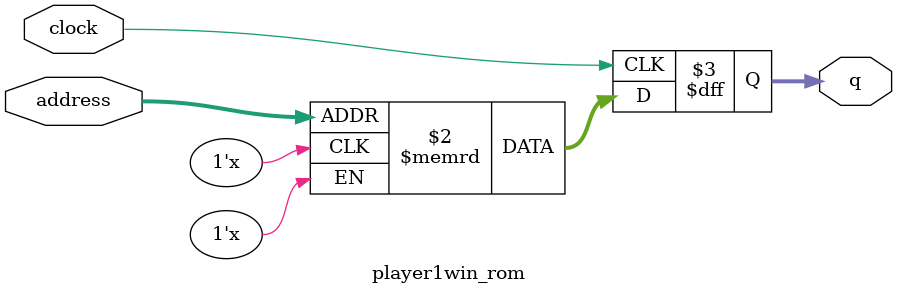
<source format=sv>
module player1win_rom (
	input logic clock,
	input logic [18:0] address,
	output logic [3:0] q
);

logic [3:0] memory [0:307199] /* synthesis ram_init_file = "./player1win/player1win.mif" */;

always_ff @ (posedge clock) begin
	q <= memory[address];
end

endmodule

</source>
